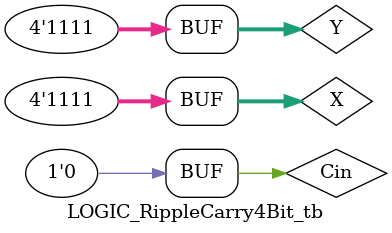
<source format=v>

`timescale 1ns / 1ps

module LOGIC_RippleCarry4Bit_tb();
	// Inputs
	reg[3:0] X;
	reg[3:0] Y;
   reg Cin;

   // Output
   wire[3:0] S;
   wire Cout;

   RippleCarry4Bit UUT (
		.X0(X[0]), 
		.X1(X[1]), 		
		.X2(X[2]), 
		.X3(X[3]), 		
		.Y0(Y[0]),
		.Y1(Y[1]), 
		.Y2(Y[2]), 
		.Y3(Y[3]),	
		.S0(S[0]), 
		.S1(S[1]), 
		.S2(S[2]), 
		.S3(S[3]), 
		.Cout(Cout), 
		.Cin(Cin)
   );
    initial begin		
		Cin = 0;		
		X = 0;
		Y = 0;
		
		#20;
		
		repeat (15) begin
			Y = 0;
			X = X + 1;
			
			repeat (15) begin				
				Y = Y + 1;	
				#20;
			end
		end		
   end
endmodule

</source>
